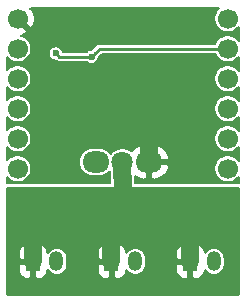
<source format=gbr>
G04 #@! TF.GenerationSoftware,KiCad,Pcbnew,(5.1.5-0)*
G04 #@! TF.CreationDate,2020-04-09T11:26:26+02:00*
G04 #@! TF.ProjectId,dxl-fan-module,64786c2d-6661-46e2-9d6d-6f64756c652e,rev?*
G04 #@! TF.SameCoordinates,Original*
G04 #@! TF.FileFunction,Copper,L2,Bot*
G04 #@! TF.FilePolarity,Positive*
%FSLAX46Y46*%
G04 Gerber Fmt 4.6, Leading zero omitted, Abs format (unit mm)*
G04 Created by KiCad (PCBNEW (5.1.5-0)) date 2020-04-09 11:26:26*
%MOMM*%
%LPD*%
G04 APERTURE LIST*
%ADD10C,1.700000*%
%ADD11O,2.300000X1.800000*%
%ADD12C,1.800000*%
%ADD13O,1.200000X1.700000*%
%ADD14R,1.200000X1.700000*%
%ADD15C,0.600000*%
%ADD16C,1.500000*%
%ADD17C,0.254000*%
%ADD18C,0.200000*%
G04 APERTURE END LIST*
D10*
X83087500Y-57590000D03*
X83087500Y-55050000D03*
X83087500Y-65210000D03*
X83087500Y-60130000D03*
X83087500Y-67750000D03*
X65312500Y-55050000D03*
X65312500Y-65210000D03*
X65312500Y-60130000D03*
X83087500Y-62670000D03*
X65312500Y-62670000D03*
X65312500Y-67750000D03*
X65312500Y-57590000D03*
D11*
X71937500Y-67200000D03*
X76437500Y-67200000D03*
D12*
X74187500Y-67200000D03*
D13*
X81900000Y-75575000D03*
D14*
X79900000Y-75575000D03*
D13*
X75250000Y-75575000D03*
D14*
X73250000Y-75575000D03*
X66600000Y-75575000D03*
D13*
X68600000Y-75575000D03*
D15*
X72137500Y-55325000D03*
X69862500Y-64950000D03*
X68462500Y-61825000D03*
X73262500Y-62525000D03*
X79700000Y-62575000D03*
X68537500Y-58000000D03*
X71564510Y-58273694D03*
D16*
X76437500Y-64800000D02*
X76462500Y-64775000D01*
X76437500Y-67200000D02*
X76437500Y-64800000D01*
D17*
X71864509Y-57973695D02*
X71564510Y-58273694D01*
X72248204Y-57590000D02*
X71864509Y-57973695D01*
X68811194Y-58273694D02*
X68537500Y-58000000D01*
X71564510Y-58273694D02*
X68811194Y-58273694D01*
X83087500Y-57590000D02*
X72248204Y-57590000D01*
D16*
X66600000Y-75575000D02*
X66600000Y-72975000D01*
X73250000Y-73225000D02*
X73400000Y-73075000D01*
X73250000Y-75575000D02*
X73250000Y-73225000D01*
X79900000Y-75575000D02*
X79900000Y-72925000D01*
X74187500Y-68472792D02*
X74200000Y-68485292D01*
X74187500Y-67200000D02*
X74187500Y-68472792D01*
X74200000Y-68485292D02*
X74200000Y-69725000D01*
D18*
G36*
X82354418Y-54156737D02*
G01*
X82194237Y-54316918D01*
X82068384Y-54505271D01*
X81981694Y-54714557D01*
X81937500Y-54936735D01*
X81937500Y-55163265D01*
X81981694Y-55385443D01*
X82068384Y-55594729D01*
X82194237Y-55783082D01*
X82354418Y-55943263D01*
X82542771Y-56069116D01*
X82752057Y-56155806D01*
X82974235Y-56200000D01*
X83200765Y-56200000D01*
X83422943Y-56155806D01*
X83632229Y-56069116D01*
X83820582Y-55943263D01*
X83980763Y-55783082D01*
X84012501Y-55735583D01*
X84012501Y-56904417D01*
X83980763Y-56856918D01*
X83820582Y-56696737D01*
X83632229Y-56570884D01*
X83422943Y-56484194D01*
X83200765Y-56440000D01*
X82974235Y-56440000D01*
X82752057Y-56484194D01*
X82542771Y-56570884D01*
X82354418Y-56696737D01*
X82194237Y-56856918D01*
X82068384Y-57045271D01*
X82019619Y-57163000D01*
X72269171Y-57163000D01*
X72248204Y-57160935D01*
X72227237Y-57163000D01*
X72227226Y-57163000D01*
X72164497Y-57169178D01*
X72084008Y-57193595D01*
X72066742Y-57202824D01*
X72009827Y-57233244D01*
X71961103Y-57273232D01*
X71961099Y-57273236D01*
X71944809Y-57286605D01*
X71931440Y-57302895D01*
X71577413Y-57656923D01*
X71577408Y-57656927D01*
X71560641Y-57673694D01*
X71505415Y-57673694D01*
X71389496Y-57696752D01*
X71280303Y-57741981D01*
X71182032Y-57807644D01*
X71142982Y-57846694D01*
X69118760Y-57846694D01*
X69114442Y-57824986D01*
X69069213Y-57715793D01*
X69003550Y-57617522D01*
X68919978Y-57533950D01*
X68821707Y-57468287D01*
X68712514Y-57423058D01*
X68596595Y-57400000D01*
X68478405Y-57400000D01*
X68362486Y-57423058D01*
X68253293Y-57468287D01*
X68155022Y-57533950D01*
X68071450Y-57617522D01*
X68005787Y-57715793D01*
X67960558Y-57824986D01*
X67937500Y-57940905D01*
X67937500Y-58059095D01*
X67960558Y-58175014D01*
X68005787Y-58284207D01*
X68071450Y-58382478D01*
X68155022Y-58466050D01*
X68253293Y-58531713D01*
X68362486Y-58576942D01*
X68478405Y-58600000D01*
X68535715Y-58600000D01*
X68572817Y-58630450D01*
X68620942Y-58656172D01*
X68646998Y-58670099D01*
X68727487Y-58694516D01*
X68790216Y-58700694D01*
X68790227Y-58700694D01*
X68811194Y-58702759D01*
X68832161Y-58700694D01*
X71142982Y-58700694D01*
X71182032Y-58739744D01*
X71280303Y-58805407D01*
X71389496Y-58850636D01*
X71505415Y-58873694D01*
X71623605Y-58873694D01*
X71739524Y-58850636D01*
X71848717Y-58805407D01*
X71946988Y-58739744D01*
X72030560Y-58656172D01*
X72096223Y-58557901D01*
X72141452Y-58448708D01*
X72164510Y-58332789D01*
X72164510Y-58277563D01*
X72181277Y-58260796D01*
X72181281Y-58260791D01*
X72425073Y-58017000D01*
X82019619Y-58017000D01*
X82068384Y-58134729D01*
X82194237Y-58323082D01*
X82354418Y-58483263D01*
X82542771Y-58609116D01*
X82752057Y-58695806D01*
X82974235Y-58740000D01*
X83200765Y-58740000D01*
X83422943Y-58695806D01*
X83632229Y-58609116D01*
X83820582Y-58483263D01*
X83980763Y-58323082D01*
X84012501Y-58275583D01*
X84012501Y-59444417D01*
X83980763Y-59396918D01*
X83820582Y-59236737D01*
X83632229Y-59110884D01*
X83422943Y-59024194D01*
X83200765Y-58980000D01*
X82974235Y-58980000D01*
X82752057Y-59024194D01*
X82542771Y-59110884D01*
X82354418Y-59236737D01*
X82194237Y-59396918D01*
X82068384Y-59585271D01*
X81981694Y-59794557D01*
X81937500Y-60016735D01*
X81937500Y-60243265D01*
X81981694Y-60465443D01*
X82068384Y-60674729D01*
X82194237Y-60863082D01*
X82354418Y-61023263D01*
X82542771Y-61149116D01*
X82752057Y-61235806D01*
X82974235Y-61280000D01*
X83200765Y-61280000D01*
X83422943Y-61235806D01*
X83632229Y-61149116D01*
X83820582Y-61023263D01*
X83980763Y-60863082D01*
X84012501Y-60815583D01*
X84012501Y-61984417D01*
X83980763Y-61936918D01*
X83820582Y-61776737D01*
X83632229Y-61650884D01*
X83422943Y-61564194D01*
X83200765Y-61520000D01*
X82974235Y-61520000D01*
X82752057Y-61564194D01*
X82542771Y-61650884D01*
X82354418Y-61776737D01*
X82194237Y-61936918D01*
X82068384Y-62125271D01*
X81981694Y-62334557D01*
X81937500Y-62556735D01*
X81937500Y-62783265D01*
X81981694Y-63005443D01*
X82068384Y-63214729D01*
X82194237Y-63403082D01*
X82354418Y-63563263D01*
X82542771Y-63689116D01*
X82752057Y-63775806D01*
X82974235Y-63820000D01*
X83200765Y-63820000D01*
X83422943Y-63775806D01*
X83632229Y-63689116D01*
X83820582Y-63563263D01*
X83980763Y-63403082D01*
X84012501Y-63355583D01*
X84012501Y-64524417D01*
X83980763Y-64476918D01*
X83820582Y-64316737D01*
X83632229Y-64190884D01*
X83422943Y-64104194D01*
X83200765Y-64060000D01*
X82974235Y-64060000D01*
X82752057Y-64104194D01*
X82542771Y-64190884D01*
X82354418Y-64316737D01*
X82194237Y-64476918D01*
X82068384Y-64665271D01*
X81981694Y-64874557D01*
X81937500Y-65096735D01*
X81937500Y-65323265D01*
X81981694Y-65545443D01*
X82068384Y-65754729D01*
X82194237Y-65943082D01*
X82354418Y-66103263D01*
X82542771Y-66229116D01*
X82752057Y-66315806D01*
X82974235Y-66360000D01*
X83200765Y-66360000D01*
X83422943Y-66315806D01*
X83632229Y-66229116D01*
X83820582Y-66103263D01*
X83980763Y-65943082D01*
X84012501Y-65895583D01*
X84012500Y-67064417D01*
X83980763Y-67016918D01*
X83820582Y-66856737D01*
X83632229Y-66730884D01*
X83422943Y-66644194D01*
X83200765Y-66600000D01*
X82974235Y-66600000D01*
X82752057Y-66644194D01*
X82542771Y-66730884D01*
X82354418Y-66856737D01*
X82194237Y-67016918D01*
X82068384Y-67205271D01*
X81981694Y-67414557D01*
X81937500Y-67636735D01*
X81937500Y-67863265D01*
X81981694Y-68085443D01*
X82068384Y-68294729D01*
X82194237Y-68483082D01*
X82354418Y-68643263D01*
X82542771Y-68769116D01*
X82752057Y-68855806D01*
X82974235Y-68900000D01*
X83200765Y-68900000D01*
X83422943Y-68855806D01*
X83632229Y-68769116D01*
X83820582Y-68643263D01*
X83980763Y-68483082D01*
X84012500Y-68435583D01*
X84012500Y-68925000D01*
X75250000Y-68925000D01*
X75250000Y-68536863D01*
X75255079Y-68485292D01*
X75250000Y-68433722D01*
X75250000Y-68433714D01*
X75245253Y-68385517D01*
X75478870Y-68540111D01*
X75753929Y-68652608D01*
X76045650Y-68709282D01*
X76283500Y-68560890D01*
X76283500Y-67354000D01*
X76591500Y-67354000D01*
X76591500Y-68560890D01*
X76829350Y-68709282D01*
X77121071Y-68652608D01*
X77396130Y-68540111D01*
X77643957Y-68376114D01*
X77855027Y-68166920D01*
X78021230Y-67920568D01*
X78136179Y-67646525D01*
X78145056Y-67586774D01*
X78034727Y-67354000D01*
X76591500Y-67354000D01*
X76283500Y-67354000D01*
X76263500Y-67354000D01*
X76263500Y-67046000D01*
X76283500Y-67046000D01*
X76283500Y-65839110D01*
X76591500Y-65839110D01*
X76591500Y-67046000D01*
X78034727Y-67046000D01*
X78145056Y-66813226D01*
X78136179Y-66753475D01*
X78021230Y-66479432D01*
X77855027Y-66233080D01*
X77643957Y-66023886D01*
X77396130Y-65859889D01*
X77121071Y-65747392D01*
X76829350Y-65690718D01*
X76591500Y-65839110D01*
X76283500Y-65839110D01*
X76045650Y-65690718D01*
X75753929Y-65747392D01*
X75478870Y-65859889D01*
X75231043Y-66023886D01*
X75019973Y-66233080D01*
X74978745Y-66294189D01*
X74952455Y-66267899D01*
X74755913Y-66136574D01*
X74537527Y-66046116D01*
X74305690Y-66000000D01*
X74069310Y-66000000D01*
X73837473Y-66046116D01*
X73619087Y-66136574D01*
X73422545Y-66267899D01*
X73255399Y-66435045D01*
X73190891Y-66531588D01*
X73190091Y-66530090D01*
X73040134Y-66347366D01*
X72857410Y-66197409D01*
X72648942Y-66085981D01*
X72422741Y-66017363D01*
X72246450Y-66000000D01*
X71628550Y-66000000D01*
X71452259Y-66017363D01*
X71226058Y-66085981D01*
X71017590Y-66197409D01*
X70834866Y-66347366D01*
X70684909Y-66530090D01*
X70573481Y-66738558D01*
X70504863Y-66964759D01*
X70481694Y-67200000D01*
X70504863Y-67435241D01*
X70573481Y-67661442D01*
X70684909Y-67869910D01*
X70834866Y-68052634D01*
X71017590Y-68202591D01*
X71226058Y-68314019D01*
X71452259Y-68382637D01*
X71628550Y-68400000D01*
X72246450Y-68400000D01*
X72422741Y-68382637D01*
X72648942Y-68314019D01*
X72857410Y-68202591D01*
X73040134Y-68052634D01*
X73137500Y-67933993D01*
X73137500Y-68421224D01*
X73132421Y-68472792D01*
X73137500Y-68524360D01*
X73137500Y-68524370D01*
X73149211Y-68643263D01*
X73150000Y-68651274D01*
X73150000Y-68925000D01*
X64412500Y-68925000D01*
X64412500Y-68472999D01*
X64419237Y-68483082D01*
X64579418Y-68643263D01*
X64767771Y-68769116D01*
X64977057Y-68855806D01*
X65199235Y-68900000D01*
X65425765Y-68900000D01*
X65647943Y-68855806D01*
X65857229Y-68769116D01*
X66045582Y-68643263D01*
X66205763Y-68483082D01*
X66331616Y-68294729D01*
X66418306Y-68085443D01*
X66462500Y-67863265D01*
X66462500Y-67636735D01*
X66418306Y-67414557D01*
X66331616Y-67205271D01*
X66205763Y-67016918D01*
X66045582Y-66856737D01*
X65857229Y-66730884D01*
X65647943Y-66644194D01*
X65425765Y-66600000D01*
X65199235Y-66600000D01*
X64977057Y-66644194D01*
X64767771Y-66730884D01*
X64579418Y-66856737D01*
X64419237Y-67016918D01*
X64412500Y-67027001D01*
X64412500Y-65932999D01*
X64419237Y-65943082D01*
X64579418Y-66103263D01*
X64767771Y-66229116D01*
X64977057Y-66315806D01*
X65199235Y-66360000D01*
X65425765Y-66360000D01*
X65647943Y-66315806D01*
X65857229Y-66229116D01*
X66045582Y-66103263D01*
X66205763Y-65943082D01*
X66331616Y-65754729D01*
X66418306Y-65545443D01*
X66462500Y-65323265D01*
X66462500Y-65096735D01*
X66418306Y-64874557D01*
X66331616Y-64665271D01*
X66205763Y-64476918D01*
X66045582Y-64316737D01*
X65857229Y-64190884D01*
X65647943Y-64104194D01*
X65425765Y-64060000D01*
X65199235Y-64060000D01*
X64977057Y-64104194D01*
X64767771Y-64190884D01*
X64579418Y-64316737D01*
X64419237Y-64476918D01*
X64412500Y-64487001D01*
X64412500Y-63392999D01*
X64419237Y-63403082D01*
X64579418Y-63563263D01*
X64767771Y-63689116D01*
X64977057Y-63775806D01*
X65199235Y-63820000D01*
X65425765Y-63820000D01*
X65647943Y-63775806D01*
X65857229Y-63689116D01*
X66045582Y-63563263D01*
X66205763Y-63403082D01*
X66331616Y-63214729D01*
X66418306Y-63005443D01*
X66462500Y-62783265D01*
X66462500Y-62556735D01*
X66418306Y-62334557D01*
X66331616Y-62125271D01*
X66205763Y-61936918D01*
X66045582Y-61776737D01*
X65857229Y-61650884D01*
X65647943Y-61564194D01*
X65425765Y-61520000D01*
X65199235Y-61520000D01*
X64977057Y-61564194D01*
X64767771Y-61650884D01*
X64579418Y-61776737D01*
X64419237Y-61936918D01*
X64412500Y-61947001D01*
X64412500Y-60852999D01*
X64419237Y-60863082D01*
X64579418Y-61023263D01*
X64767771Y-61149116D01*
X64977057Y-61235806D01*
X65199235Y-61280000D01*
X65425765Y-61280000D01*
X65647943Y-61235806D01*
X65857229Y-61149116D01*
X66045582Y-61023263D01*
X66205763Y-60863082D01*
X66331616Y-60674729D01*
X66418306Y-60465443D01*
X66462500Y-60243265D01*
X66462500Y-60016735D01*
X66418306Y-59794557D01*
X66331616Y-59585271D01*
X66205763Y-59396918D01*
X66045582Y-59236737D01*
X65857229Y-59110884D01*
X65647943Y-59024194D01*
X65425765Y-58980000D01*
X65199235Y-58980000D01*
X64977057Y-59024194D01*
X64767771Y-59110884D01*
X64579418Y-59236737D01*
X64419237Y-59396918D01*
X64412500Y-59407001D01*
X64412500Y-58312999D01*
X64419237Y-58323082D01*
X64579418Y-58483263D01*
X64767771Y-58609116D01*
X64977057Y-58695806D01*
X65199235Y-58740000D01*
X65425765Y-58740000D01*
X65647943Y-58695806D01*
X65857229Y-58609116D01*
X66045582Y-58483263D01*
X66205763Y-58323082D01*
X66331616Y-58134729D01*
X66418306Y-57925443D01*
X66462500Y-57703265D01*
X66462500Y-57476735D01*
X66418306Y-57254557D01*
X66331616Y-57045271D01*
X66205763Y-56856918D01*
X66045582Y-56696737D01*
X65857229Y-56570884D01*
X65647943Y-56484194D01*
X65615316Y-56477704D01*
X65692518Y-56464911D01*
X65961252Y-56363587D01*
X66044279Y-56319207D01*
X66125668Y-56080957D01*
X65312500Y-55267789D01*
X65298358Y-55281931D01*
X65080569Y-55064142D01*
X65094711Y-55050000D01*
X65080569Y-55035858D01*
X65298358Y-54818069D01*
X65312500Y-54832211D01*
X65326642Y-54818069D01*
X65544431Y-55035858D01*
X65530289Y-55050000D01*
X66343457Y-55863168D01*
X66581707Y-55781779D01*
X66700083Y-55520109D01*
X66765134Y-55240372D01*
X66774362Y-54953319D01*
X66727411Y-54669982D01*
X66626087Y-54401248D01*
X66581707Y-54318221D01*
X66343459Y-54236833D01*
X66442792Y-54137500D01*
X82383208Y-54137500D01*
X82354418Y-54156737D01*
G37*
X82354418Y-54156737D02*
X82194237Y-54316918D01*
X82068384Y-54505271D01*
X81981694Y-54714557D01*
X81937500Y-54936735D01*
X81937500Y-55163265D01*
X81981694Y-55385443D01*
X82068384Y-55594729D01*
X82194237Y-55783082D01*
X82354418Y-55943263D01*
X82542771Y-56069116D01*
X82752057Y-56155806D01*
X82974235Y-56200000D01*
X83200765Y-56200000D01*
X83422943Y-56155806D01*
X83632229Y-56069116D01*
X83820582Y-55943263D01*
X83980763Y-55783082D01*
X84012501Y-55735583D01*
X84012501Y-56904417D01*
X83980763Y-56856918D01*
X83820582Y-56696737D01*
X83632229Y-56570884D01*
X83422943Y-56484194D01*
X83200765Y-56440000D01*
X82974235Y-56440000D01*
X82752057Y-56484194D01*
X82542771Y-56570884D01*
X82354418Y-56696737D01*
X82194237Y-56856918D01*
X82068384Y-57045271D01*
X82019619Y-57163000D01*
X72269171Y-57163000D01*
X72248204Y-57160935D01*
X72227237Y-57163000D01*
X72227226Y-57163000D01*
X72164497Y-57169178D01*
X72084008Y-57193595D01*
X72066742Y-57202824D01*
X72009827Y-57233244D01*
X71961103Y-57273232D01*
X71961099Y-57273236D01*
X71944809Y-57286605D01*
X71931440Y-57302895D01*
X71577413Y-57656923D01*
X71577408Y-57656927D01*
X71560641Y-57673694D01*
X71505415Y-57673694D01*
X71389496Y-57696752D01*
X71280303Y-57741981D01*
X71182032Y-57807644D01*
X71142982Y-57846694D01*
X69118760Y-57846694D01*
X69114442Y-57824986D01*
X69069213Y-57715793D01*
X69003550Y-57617522D01*
X68919978Y-57533950D01*
X68821707Y-57468287D01*
X68712514Y-57423058D01*
X68596595Y-57400000D01*
X68478405Y-57400000D01*
X68362486Y-57423058D01*
X68253293Y-57468287D01*
X68155022Y-57533950D01*
X68071450Y-57617522D01*
X68005787Y-57715793D01*
X67960558Y-57824986D01*
X67937500Y-57940905D01*
X67937500Y-58059095D01*
X67960558Y-58175014D01*
X68005787Y-58284207D01*
X68071450Y-58382478D01*
X68155022Y-58466050D01*
X68253293Y-58531713D01*
X68362486Y-58576942D01*
X68478405Y-58600000D01*
X68535715Y-58600000D01*
X68572817Y-58630450D01*
X68620942Y-58656172D01*
X68646998Y-58670099D01*
X68727487Y-58694516D01*
X68790216Y-58700694D01*
X68790227Y-58700694D01*
X68811194Y-58702759D01*
X68832161Y-58700694D01*
X71142982Y-58700694D01*
X71182032Y-58739744D01*
X71280303Y-58805407D01*
X71389496Y-58850636D01*
X71505415Y-58873694D01*
X71623605Y-58873694D01*
X71739524Y-58850636D01*
X71848717Y-58805407D01*
X71946988Y-58739744D01*
X72030560Y-58656172D01*
X72096223Y-58557901D01*
X72141452Y-58448708D01*
X72164510Y-58332789D01*
X72164510Y-58277563D01*
X72181277Y-58260796D01*
X72181281Y-58260791D01*
X72425073Y-58017000D01*
X82019619Y-58017000D01*
X82068384Y-58134729D01*
X82194237Y-58323082D01*
X82354418Y-58483263D01*
X82542771Y-58609116D01*
X82752057Y-58695806D01*
X82974235Y-58740000D01*
X83200765Y-58740000D01*
X83422943Y-58695806D01*
X83632229Y-58609116D01*
X83820582Y-58483263D01*
X83980763Y-58323082D01*
X84012501Y-58275583D01*
X84012501Y-59444417D01*
X83980763Y-59396918D01*
X83820582Y-59236737D01*
X83632229Y-59110884D01*
X83422943Y-59024194D01*
X83200765Y-58980000D01*
X82974235Y-58980000D01*
X82752057Y-59024194D01*
X82542771Y-59110884D01*
X82354418Y-59236737D01*
X82194237Y-59396918D01*
X82068384Y-59585271D01*
X81981694Y-59794557D01*
X81937500Y-60016735D01*
X81937500Y-60243265D01*
X81981694Y-60465443D01*
X82068384Y-60674729D01*
X82194237Y-60863082D01*
X82354418Y-61023263D01*
X82542771Y-61149116D01*
X82752057Y-61235806D01*
X82974235Y-61280000D01*
X83200765Y-61280000D01*
X83422943Y-61235806D01*
X83632229Y-61149116D01*
X83820582Y-61023263D01*
X83980763Y-60863082D01*
X84012501Y-60815583D01*
X84012501Y-61984417D01*
X83980763Y-61936918D01*
X83820582Y-61776737D01*
X83632229Y-61650884D01*
X83422943Y-61564194D01*
X83200765Y-61520000D01*
X82974235Y-61520000D01*
X82752057Y-61564194D01*
X82542771Y-61650884D01*
X82354418Y-61776737D01*
X82194237Y-61936918D01*
X82068384Y-62125271D01*
X81981694Y-62334557D01*
X81937500Y-62556735D01*
X81937500Y-62783265D01*
X81981694Y-63005443D01*
X82068384Y-63214729D01*
X82194237Y-63403082D01*
X82354418Y-63563263D01*
X82542771Y-63689116D01*
X82752057Y-63775806D01*
X82974235Y-63820000D01*
X83200765Y-63820000D01*
X83422943Y-63775806D01*
X83632229Y-63689116D01*
X83820582Y-63563263D01*
X83980763Y-63403082D01*
X84012501Y-63355583D01*
X84012501Y-64524417D01*
X83980763Y-64476918D01*
X83820582Y-64316737D01*
X83632229Y-64190884D01*
X83422943Y-64104194D01*
X83200765Y-64060000D01*
X82974235Y-64060000D01*
X82752057Y-64104194D01*
X82542771Y-64190884D01*
X82354418Y-64316737D01*
X82194237Y-64476918D01*
X82068384Y-64665271D01*
X81981694Y-64874557D01*
X81937500Y-65096735D01*
X81937500Y-65323265D01*
X81981694Y-65545443D01*
X82068384Y-65754729D01*
X82194237Y-65943082D01*
X82354418Y-66103263D01*
X82542771Y-66229116D01*
X82752057Y-66315806D01*
X82974235Y-66360000D01*
X83200765Y-66360000D01*
X83422943Y-66315806D01*
X83632229Y-66229116D01*
X83820582Y-66103263D01*
X83980763Y-65943082D01*
X84012501Y-65895583D01*
X84012500Y-67064417D01*
X83980763Y-67016918D01*
X83820582Y-66856737D01*
X83632229Y-66730884D01*
X83422943Y-66644194D01*
X83200765Y-66600000D01*
X82974235Y-66600000D01*
X82752057Y-66644194D01*
X82542771Y-66730884D01*
X82354418Y-66856737D01*
X82194237Y-67016918D01*
X82068384Y-67205271D01*
X81981694Y-67414557D01*
X81937500Y-67636735D01*
X81937500Y-67863265D01*
X81981694Y-68085443D01*
X82068384Y-68294729D01*
X82194237Y-68483082D01*
X82354418Y-68643263D01*
X82542771Y-68769116D01*
X82752057Y-68855806D01*
X82974235Y-68900000D01*
X83200765Y-68900000D01*
X83422943Y-68855806D01*
X83632229Y-68769116D01*
X83820582Y-68643263D01*
X83980763Y-68483082D01*
X84012500Y-68435583D01*
X84012500Y-68925000D01*
X75250000Y-68925000D01*
X75250000Y-68536863D01*
X75255079Y-68485292D01*
X75250000Y-68433722D01*
X75250000Y-68433714D01*
X75245253Y-68385517D01*
X75478870Y-68540111D01*
X75753929Y-68652608D01*
X76045650Y-68709282D01*
X76283500Y-68560890D01*
X76283500Y-67354000D01*
X76591500Y-67354000D01*
X76591500Y-68560890D01*
X76829350Y-68709282D01*
X77121071Y-68652608D01*
X77396130Y-68540111D01*
X77643957Y-68376114D01*
X77855027Y-68166920D01*
X78021230Y-67920568D01*
X78136179Y-67646525D01*
X78145056Y-67586774D01*
X78034727Y-67354000D01*
X76591500Y-67354000D01*
X76283500Y-67354000D01*
X76263500Y-67354000D01*
X76263500Y-67046000D01*
X76283500Y-67046000D01*
X76283500Y-65839110D01*
X76591500Y-65839110D01*
X76591500Y-67046000D01*
X78034727Y-67046000D01*
X78145056Y-66813226D01*
X78136179Y-66753475D01*
X78021230Y-66479432D01*
X77855027Y-66233080D01*
X77643957Y-66023886D01*
X77396130Y-65859889D01*
X77121071Y-65747392D01*
X76829350Y-65690718D01*
X76591500Y-65839110D01*
X76283500Y-65839110D01*
X76045650Y-65690718D01*
X75753929Y-65747392D01*
X75478870Y-65859889D01*
X75231043Y-66023886D01*
X75019973Y-66233080D01*
X74978745Y-66294189D01*
X74952455Y-66267899D01*
X74755913Y-66136574D01*
X74537527Y-66046116D01*
X74305690Y-66000000D01*
X74069310Y-66000000D01*
X73837473Y-66046116D01*
X73619087Y-66136574D01*
X73422545Y-66267899D01*
X73255399Y-66435045D01*
X73190891Y-66531588D01*
X73190091Y-66530090D01*
X73040134Y-66347366D01*
X72857410Y-66197409D01*
X72648942Y-66085981D01*
X72422741Y-66017363D01*
X72246450Y-66000000D01*
X71628550Y-66000000D01*
X71452259Y-66017363D01*
X71226058Y-66085981D01*
X71017590Y-66197409D01*
X70834866Y-66347366D01*
X70684909Y-66530090D01*
X70573481Y-66738558D01*
X70504863Y-66964759D01*
X70481694Y-67200000D01*
X70504863Y-67435241D01*
X70573481Y-67661442D01*
X70684909Y-67869910D01*
X70834866Y-68052634D01*
X71017590Y-68202591D01*
X71226058Y-68314019D01*
X71452259Y-68382637D01*
X71628550Y-68400000D01*
X72246450Y-68400000D01*
X72422741Y-68382637D01*
X72648942Y-68314019D01*
X72857410Y-68202591D01*
X73040134Y-68052634D01*
X73137500Y-67933993D01*
X73137500Y-68421224D01*
X73132421Y-68472792D01*
X73137500Y-68524360D01*
X73137500Y-68524370D01*
X73149211Y-68643263D01*
X73150000Y-68651274D01*
X73150000Y-68925000D01*
X64412500Y-68925000D01*
X64412500Y-68472999D01*
X64419237Y-68483082D01*
X64579418Y-68643263D01*
X64767771Y-68769116D01*
X64977057Y-68855806D01*
X65199235Y-68900000D01*
X65425765Y-68900000D01*
X65647943Y-68855806D01*
X65857229Y-68769116D01*
X66045582Y-68643263D01*
X66205763Y-68483082D01*
X66331616Y-68294729D01*
X66418306Y-68085443D01*
X66462500Y-67863265D01*
X66462500Y-67636735D01*
X66418306Y-67414557D01*
X66331616Y-67205271D01*
X66205763Y-67016918D01*
X66045582Y-66856737D01*
X65857229Y-66730884D01*
X65647943Y-66644194D01*
X65425765Y-66600000D01*
X65199235Y-66600000D01*
X64977057Y-66644194D01*
X64767771Y-66730884D01*
X64579418Y-66856737D01*
X64419237Y-67016918D01*
X64412500Y-67027001D01*
X64412500Y-65932999D01*
X64419237Y-65943082D01*
X64579418Y-66103263D01*
X64767771Y-66229116D01*
X64977057Y-66315806D01*
X65199235Y-66360000D01*
X65425765Y-66360000D01*
X65647943Y-66315806D01*
X65857229Y-66229116D01*
X66045582Y-66103263D01*
X66205763Y-65943082D01*
X66331616Y-65754729D01*
X66418306Y-65545443D01*
X66462500Y-65323265D01*
X66462500Y-65096735D01*
X66418306Y-64874557D01*
X66331616Y-64665271D01*
X66205763Y-64476918D01*
X66045582Y-64316737D01*
X65857229Y-64190884D01*
X65647943Y-64104194D01*
X65425765Y-64060000D01*
X65199235Y-64060000D01*
X64977057Y-64104194D01*
X64767771Y-64190884D01*
X64579418Y-64316737D01*
X64419237Y-64476918D01*
X64412500Y-64487001D01*
X64412500Y-63392999D01*
X64419237Y-63403082D01*
X64579418Y-63563263D01*
X64767771Y-63689116D01*
X64977057Y-63775806D01*
X65199235Y-63820000D01*
X65425765Y-63820000D01*
X65647943Y-63775806D01*
X65857229Y-63689116D01*
X66045582Y-63563263D01*
X66205763Y-63403082D01*
X66331616Y-63214729D01*
X66418306Y-63005443D01*
X66462500Y-62783265D01*
X66462500Y-62556735D01*
X66418306Y-62334557D01*
X66331616Y-62125271D01*
X66205763Y-61936918D01*
X66045582Y-61776737D01*
X65857229Y-61650884D01*
X65647943Y-61564194D01*
X65425765Y-61520000D01*
X65199235Y-61520000D01*
X64977057Y-61564194D01*
X64767771Y-61650884D01*
X64579418Y-61776737D01*
X64419237Y-61936918D01*
X64412500Y-61947001D01*
X64412500Y-60852999D01*
X64419237Y-60863082D01*
X64579418Y-61023263D01*
X64767771Y-61149116D01*
X64977057Y-61235806D01*
X65199235Y-61280000D01*
X65425765Y-61280000D01*
X65647943Y-61235806D01*
X65857229Y-61149116D01*
X66045582Y-61023263D01*
X66205763Y-60863082D01*
X66331616Y-60674729D01*
X66418306Y-60465443D01*
X66462500Y-60243265D01*
X66462500Y-60016735D01*
X66418306Y-59794557D01*
X66331616Y-59585271D01*
X66205763Y-59396918D01*
X66045582Y-59236737D01*
X65857229Y-59110884D01*
X65647943Y-59024194D01*
X65425765Y-58980000D01*
X65199235Y-58980000D01*
X64977057Y-59024194D01*
X64767771Y-59110884D01*
X64579418Y-59236737D01*
X64419237Y-59396918D01*
X64412500Y-59407001D01*
X64412500Y-58312999D01*
X64419237Y-58323082D01*
X64579418Y-58483263D01*
X64767771Y-58609116D01*
X64977057Y-58695806D01*
X65199235Y-58740000D01*
X65425765Y-58740000D01*
X65647943Y-58695806D01*
X65857229Y-58609116D01*
X66045582Y-58483263D01*
X66205763Y-58323082D01*
X66331616Y-58134729D01*
X66418306Y-57925443D01*
X66462500Y-57703265D01*
X66462500Y-57476735D01*
X66418306Y-57254557D01*
X66331616Y-57045271D01*
X66205763Y-56856918D01*
X66045582Y-56696737D01*
X65857229Y-56570884D01*
X65647943Y-56484194D01*
X65615316Y-56477704D01*
X65692518Y-56464911D01*
X65961252Y-56363587D01*
X66044279Y-56319207D01*
X66125668Y-56080957D01*
X65312500Y-55267789D01*
X65298358Y-55281931D01*
X65080569Y-55064142D01*
X65094711Y-55050000D01*
X65080569Y-55035858D01*
X65298358Y-54818069D01*
X65312500Y-54832211D01*
X65326642Y-54818069D01*
X65544431Y-55035858D01*
X65530289Y-55050000D01*
X66343457Y-55863168D01*
X66581707Y-55781779D01*
X66700083Y-55520109D01*
X66765134Y-55240372D01*
X66774362Y-54953319D01*
X66727411Y-54669982D01*
X66626087Y-54401248D01*
X66581707Y-54318221D01*
X66343459Y-54236833D01*
X66442792Y-54137500D01*
X82383208Y-54137500D01*
X82354418Y-54156737D01*
D17*
G36*
X83985500Y-78385500D02*
G01*
X64439500Y-78385500D01*
X64439500Y-76425000D01*
X65361928Y-76425000D01*
X65374188Y-76549482D01*
X65410498Y-76669180D01*
X65469463Y-76779494D01*
X65548815Y-76876185D01*
X65645506Y-76955537D01*
X65755820Y-77014502D01*
X65875518Y-77050812D01*
X66000000Y-77063072D01*
X66314250Y-77060000D01*
X66473000Y-76901250D01*
X66473000Y-75702000D01*
X65523750Y-75702000D01*
X65365000Y-75860750D01*
X65361928Y-76425000D01*
X64439500Y-76425000D01*
X64439500Y-74725000D01*
X65361928Y-74725000D01*
X65365000Y-75289250D01*
X65523750Y-75448000D01*
X66473000Y-75448000D01*
X66473000Y-74248750D01*
X66727000Y-74248750D01*
X66727000Y-75448000D01*
X66747000Y-75448000D01*
X66747000Y-75702000D01*
X66727000Y-75702000D01*
X66727000Y-76901250D01*
X66885750Y-77060000D01*
X67200000Y-77063072D01*
X67324482Y-77050812D01*
X67444180Y-77014502D01*
X67554494Y-76955537D01*
X67651185Y-76876185D01*
X67730537Y-76779494D01*
X67789502Y-76669180D01*
X67825812Y-76549482D01*
X67838072Y-76425000D01*
X67837704Y-76357375D01*
X67941342Y-76483659D01*
X68082496Y-76599501D01*
X68243537Y-76685580D01*
X68418277Y-76738587D01*
X68600000Y-76756485D01*
X68781724Y-76738587D01*
X68956464Y-76685580D01*
X69117505Y-76599501D01*
X69258659Y-76483659D01*
X69306799Y-76425000D01*
X72011928Y-76425000D01*
X72024188Y-76549482D01*
X72060498Y-76669180D01*
X72119463Y-76779494D01*
X72198815Y-76876185D01*
X72295506Y-76955537D01*
X72405820Y-77014502D01*
X72525518Y-77050812D01*
X72650000Y-77063072D01*
X72964250Y-77060000D01*
X73123000Y-76901250D01*
X73123000Y-75702000D01*
X72173750Y-75702000D01*
X72015000Y-75860750D01*
X72011928Y-76425000D01*
X69306799Y-76425000D01*
X69374501Y-76342505D01*
X69460580Y-76181464D01*
X69513587Y-76006724D01*
X69527000Y-75870538D01*
X69527000Y-75279462D01*
X69513587Y-75143276D01*
X69460580Y-74968536D01*
X69374501Y-74807495D01*
X69306800Y-74725000D01*
X72011928Y-74725000D01*
X72015000Y-75289250D01*
X72173750Y-75448000D01*
X73123000Y-75448000D01*
X73123000Y-74248750D01*
X73377000Y-74248750D01*
X73377000Y-75448000D01*
X73397000Y-75448000D01*
X73397000Y-75702000D01*
X73377000Y-75702000D01*
X73377000Y-76901250D01*
X73535750Y-77060000D01*
X73850000Y-77063072D01*
X73974482Y-77050812D01*
X74094180Y-77014502D01*
X74204494Y-76955537D01*
X74301185Y-76876185D01*
X74380537Y-76779494D01*
X74439502Y-76669180D01*
X74475812Y-76549482D01*
X74488072Y-76425000D01*
X74487704Y-76357375D01*
X74591342Y-76483659D01*
X74732496Y-76599501D01*
X74893537Y-76685580D01*
X75068277Y-76738587D01*
X75250000Y-76756485D01*
X75431724Y-76738587D01*
X75606464Y-76685580D01*
X75767505Y-76599501D01*
X75908659Y-76483659D01*
X75956799Y-76425000D01*
X78661928Y-76425000D01*
X78674188Y-76549482D01*
X78710498Y-76669180D01*
X78769463Y-76779494D01*
X78848815Y-76876185D01*
X78945506Y-76955537D01*
X79055820Y-77014502D01*
X79175518Y-77050812D01*
X79300000Y-77063072D01*
X79614250Y-77060000D01*
X79773000Y-76901250D01*
X79773000Y-75702000D01*
X78823750Y-75702000D01*
X78665000Y-75860750D01*
X78661928Y-76425000D01*
X75956799Y-76425000D01*
X76024501Y-76342505D01*
X76110580Y-76181464D01*
X76163587Y-76006724D01*
X76177000Y-75870538D01*
X76177000Y-75279462D01*
X76163587Y-75143276D01*
X76110580Y-74968536D01*
X76024501Y-74807495D01*
X75956800Y-74725000D01*
X78661928Y-74725000D01*
X78665000Y-75289250D01*
X78823750Y-75448000D01*
X79773000Y-75448000D01*
X79773000Y-74248750D01*
X80027000Y-74248750D01*
X80027000Y-75448000D01*
X80047000Y-75448000D01*
X80047000Y-75702000D01*
X80027000Y-75702000D01*
X80027000Y-76901250D01*
X80185750Y-77060000D01*
X80500000Y-77063072D01*
X80624482Y-77050812D01*
X80744180Y-77014502D01*
X80854494Y-76955537D01*
X80951185Y-76876185D01*
X81030537Y-76779494D01*
X81089502Y-76669180D01*
X81125812Y-76549482D01*
X81138072Y-76425000D01*
X81137704Y-76357375D01*
X81241342Y-76483659D01*
X81382496Y-76599501D01*
X81543537Y-76685580D01*
X81718277Y-76738587D01*
X81900000Y-76756485D01*
X82081724Y-76738587D01*
X82256464Y-76685580D01*
X82417505Y-76599501D01*
X82558659Y-76483659D01*
X82674501Y-76342505D01*
X82760580Y-76181464D01*
X82813587Y-76006724D01*
X82827000Y-75870538D01*
X82827000Y-75279462D01*
X82813587Y-75143276D01*
X82760580Y-74968536D01*
X82674501Y-74807495D01*
X82558659Y-74666341D01*
X82417504Y-74550499D01*
X82256463Y-74464420D01*
X82081723Y-74411413D01*
X81900000Y-74393515D01*
X81718276Y-74411413D01*
X81543536Y-74464420D01*
X81382495Y-74550499D01*
X81241341Y-74666341D01*
X81137704Y-74792624D01*
X81138072Y-74725000D01*
X81125812Y-74600518D01*
X81089502Y-74480820D01*
X81030537Y-74370506D01*
X80951185Y-74273815D01*
X80854494Y-74194463D01*
X80744180Y-74135498D01*
X80624482Y-74099188D01*
X80500000Y-74086928D01*
X80185750Y-74090000D01*
X80027000Y-74248750D01*
X79773000Y-74248750D01*
X79614250Y-74090000D01*
X79300000Y-74086928D01*
X79175518Y-74099188D01*
X79055820Y-74135498D01*
X78945506Y-74194463D01*
X78848815Y-74273815D01*
X78769463Y-74370506D01*
X78710498Y-74480820D01*
X78674188Y-74600518D01*
X78661928Y-74725000D01*
X75956800Y-74725000D01*
X75908659Y-74666341D01*
X75767504Y-74550499D01*
X75606463Y-74464420D01*
X75431723Y-74411413D01*
X75250000Y-74393515D01*
X75068276Y-74411413D01*
X74893536Y-74464420D01*
X74732495Y-74550499D01*
X74591341Y-74666341D01*
X74487704Y-74792624D01*
X74488072Y-74725000D01*
X74475812Y-74600518D01*
X74439502Y-74480820D01*
X74380537Y-74370506D01*
X74301185Y-74273815D01*
X74204494Y-74194463D01*
X74094180Y-74135498D01*
X73974482Y-74099188D01*
X73850000Y-74086928D01*
X73535750Y-74090000D01*
X73377000Y-74248750D01*
X73123000Y-74248750D01*
X72964250Y-74090000D01*
X72650000Y-74086928D01*
X72525518Y-74099188D01*
X72405820Y-74135498D01*
X72295506Y-74194463D01*
X72198815Y-74273815D01*
X72119463Y-74370506D01*
X72060498Y-74480820D01*
X72024188Y-74600518D01*
X72011928Y-74725000D01*
X69306800Y-74725000D01*
X69258659Y-74666341D01*
X69117504Y-74550499D01*
X68956463Y-74464420D01*
X68781723Y-74411413D01*
X68600000Y-74393515D01*
X68418276Y-74411413D01*
X68243536Y-74464420D01*
X68082495Y-74550499D01*
X67941341Y-74666341D01*
X67837704Y-74792624D01*
X67838072Y-74725000D01*
X67825812Y-74600518D01*
X67789502Y-74480820D01*
X67730537Y-74370506D01*
X67651185Y-74273815D01*
X67554494Y-74194463D01*
X67444180Y-74135498D01*
X67324482Y-74099188D01*
X67200000Y-74086928D01*
X66885750Y-74090000D01*
X66727000Y-74248750D01*
X66473000Y-74248750D01*
X66314250Y-74090000D01*
X66000000Y-74086928D01*
X65875518Y-74099188D01*
X65755820Y-74135498D01*
X65645506Y-74194463D01*
X65548815Y-74273815D01*
X65469463Y-74370506D01*
X65410498Y-74480820D01*
X65374188Y-74600518D01*
X65361928Y-74725000D01*
X64439500Y-74725000D01*
X64439500Y-69402000D01*
X83985500Y-69402000D01*
X83985500Y-78385500D01*
G37*
X83985500Y-78385500D02*
X64439500Y-78385500D01*
X64439500Y-76425000D01*
X65361928Y-76425000D01*
X65374188Y-76549482D01*
X65410498Y-76669180D01*
X65469463Y-76779494D01*
X65548815Y-76876185D01*
X65645506Y-76955537D01*
X65755820Y-77014502D01*
X65875518Y-77050812D01*
X66000000Y-77063072D01*
X66314250Y-77060000D01*
X66473000Y-76901250D01*
X66473000Y-75702000D01*
X65523750Y-75702000D01*
X65365000Y-75860750D01*
X65361928Y-76425000D01*
X64439500Y-76425000D01*
X64439500Y-74725000D01*
X65361928Y-74725000D01*
X65365000Y-75289250D01*
X65523750Y-75448000D01*
X66473000Y-75448000D01*
X66473000Y-74248750D01*
X66727000Y-74248750D01*
X66727000Y-75448000D01*
X66747000Y-75448000D01*
X66747000Y-75702000D01*
X66727000Y-75702000D01*
X66727000Y-76901250D01*
X66885750Y-77060000D01*
X67200000Y-77063072D01*
X67324482Y-77050812D01*
X67444180Y-77014502D01*
X67554494Y-76955537D01*
X67651185Y-76876185D01*
X67730537Y-76779494D01*
X67789502Y-76669180D01*
X67825812Y-76549482D01*
X67838072Y-76425000D01*
X67837704Y-76357375D01*
X67941342Y-76483659D01*
X68082496Y-76599501D01*
X68243537Y-76685580D01*
X68418277Y-76738587D01*
X68600000Y-76756485D01*
X68781724Y-76738587D01*
X68956464Y-76685580D01*
X69117505Y-76599501D01*
X69258659Y-76483659D01*
X69306799Y-76425000D01*
X72011928Y-76425000D01*
X72024188Y-76549482D01*
X72060498Y-76669180D01*
X72119463Y-76779494D01*
X72198815Y-76876185D01*
X72295506Y-76955537D01*
X72405820Y-77014502D01*
X72525518Y-77050812D01*
X72650000Y-77063072D01*
X72964250Y-77060000D01*
X73123000Y-76901250D01*
X73123000Y-75702000D01*
X72173750Y-75702000D01*
X72015000Y-75860750D01*
X72011928Y-76425000D01*
X69306799Y-76425000D01*
X69374501Y-76342505D01*
X69460580Y-76181464D01*
X69513587Y-76006724D01*
X69527000Y-75870538D01*
X69527000Y-75279462D01*
X69513587Y-75143276D01*
X69460580Y-74968536D01*
X69374501Y-74807495D01*
X69306800Y-74725000D01*
X72011928Y-74725000D01*
X72015000Y-75289250D01*
X72173750Y-75448000D01*
X73123000Y-75448000D01*
X73123000Y-74248750D01*
X73377000Y-74248750D01*
X73377000Y-75448000D01*
X73397000Y-75448000D01*
X73397000Y-75702000D01*
X73377000Y-75702000D01*
X73377000Y-76901250D01*
X73535750Y-77060000D01*
X73850000Y-77063072D01*
X73974482Y-77050812D01*
X74094180Y-77014502D01*
X74204494Y-76955537D01*
X74301185Y-76876185D01*
X74380537Y-76779494D01*
X74439502Y-76669180D01*
X74475812Y-76549482D01*
X74488072Y-76425000D01*
X74487704Y-76357375D01*
X74591342Y-76483659D01*
X74732496Y-76599501D01*
X74893537Y-76685580D01*
X75068277Y-76738587D01*
X75250000Y-76756485D01*
X75431724Y-76738587D01*
X75606464Y-76685580D01*
X75767505Y-76599501D01*
X75908659Y-76483659D01*
X75956799Y-76425000D01*
X78661928Y-76425000D01*
X78674188Y-76549482D01*
X78710498Y-76669180D01*
X78769463Y-76779494D01*
X78848815Y-76876185D01*
X78945506Y-76955537D01*
X79055820Y-77014502D01*
X79175518Y-77050812D01*
X79300000Y-77063072D01*
X79614250Y-77060000D01*
X79773000Y-76901250D01*
X79773000Y-75702000D01*
X78823750Y-75702000D01*
X78665000Y-75860750D01*
X78661928Y-76425000D01*
X75956799Y-76425000D01*
X76024501Y-76342505D01*
X76110580Y-76181464D01*
X76163587Y-76006724D01*
X76177000Y-75870538D01*
X76177000Y-75279462D01*
X76163587Y-75143276D01*
X76110580Y-74968536D01*
X76024501Y-74807495D01*
X75956800Y-74725000D01*
X78661928Y-74725000D01*
X78665000Y-75289250D01*
X78823750Y-75448000D01*
X79773000Y-75448000D01*
X79773000Y-74248750D01*
X80027000Y-74248750D01*
X80027000Y-75448000D01*
X80047000Y-75448000D01*
X80047000Y-75702000D01*
X80027000Y-75702000D01*
X80027000Y-76901250D01*
X80185750Y-77060000D01*
X80500000Y-77063072D01*
X80624482Y-77050812D01*
X80744180Y-77014502D01*
X80854494Y-76955537D01*
X80951185Y-76876185D01*
X81030537Y-76779494D01*
X81089502Y-76669180D01*
X81125812Y-76549482D01*
X81138072Y-76425000D01*
X81137704Y-76357375D01*
X81241342Y-76483659D01*
X81382496Y-76599501D01*
X81543537Y-76685580D01*
X81718277Y-76738587D01*
X81900000Y-76756485D01*
X82081724Y-76738587D01*
X82256464Y-76685580D01*
X82417505Y-76599501D01*
X82558659Y-76483659D01*
X82674501Y-76342505D01*
X82760580Y-76181464D01*
X82813587Y-76006724D01*
X82827000Y-75870538D01*
X82827000Y-75279462D01*
X82813587Y-75143276D01*
X82760580Y-74968536D01*
X82674501Y-74807495D01*
X82558659Y-74666341D01*
X82417504Y-74550499D01*
X82256463Y-74464420D01*
X82081723Y-74411413D01*
X81900000Y-74393515D01*
X81718276Y-74411413D01*
X81543536Y-74464420D01*
X81382495Y-74550499D01*
X81241341Y-74666341D01*
X81137704Y-74792624D01*
X81138072Y-74725000D01*
X81125812Y-74600518D01*
X81089502Y-74480820D01*
X81030537Y-74370506D01*
X80951185Y-74273815D01*
X80854494Y-74194463D01*
X80744180Y-74135498D01*
X80624482Y-74099188D01*
X80500000Y-74086928D01*
X80185750Y-74090000D01*
X80027000Y-74248750D01*
X79773000Y-74248750D01*
X79614250Y-74090000D01*
X79300000Y-74086928D01*
X79175518Y-74099188D01*
X79055820Y-74135498D01*
X78945506Y-74194463D01*
X78848815Y-74273815D01*
X78769463Y-74370506D01*
X78710498Y-74480820D01*
X78674188Y-74600518D01*
X78661928Y-74725000D01*
X75956800Y-74725000D01*
X75908659Y-74666341D01*
X75767504Y-74550499D01*
X75606463Y-74464420D01*
X75431723Y-74411413D01*
X75250000Y-74393515D01*
X75068276Y-74411413D01*
X74893536Y-74464420D01*
X74732495Y-74550499D01*
X74591341Y-74666341D01*
X74487704Y-74792624D01*
X74488072Y-74725000D01*
X74475812Y-74600518D01*
X74439502Y-74480820D01*
X74380537Y-74370506D01*
X74301185Y-74273815D01*
X74204494Y-74194463D01*
X74094180Y-74135498D01*
X73974482Y-74099188D01*
X73850000Y-74086928D01*
X73535750Y-74090000D01*
X73377000Y-74248750D01*
X73123000Y-74248750D01*
X72964250Y-74090000D01*
X72650000Y-74086928D01*
X72525518Y-74099188D01*
X72405820Y-74135498D01*
X72295506Y-74194463D01*
X72198815Y-74273815D01*
X72119463Y-74370506D01*
X72060498Y-74480820D01*
X72024188Y-74600518D01*
X72011928Y-74725000D01*
X69306800Y-74725000D01*
X69258659Y-74666341D01*
X69117504Y-74550499D01*
X68956463Y-74464420D01*
X68781723Y-74411413D01*
X68600000Y-74393515D01*
X68418276Y-74411413D01*
X68243536Y-74464420D01*
X68082495Y-74550499D01*
X67941341Y-74666341D01*
X67837704Y-74792624D01*
X67838072Y-74725000D01*
X67825812Y-74600518D01*
X67789502Y-74480820D01*
X67730537Y-74370506D01*
X67651185Y-74273815D01*
X67554494Y-74194463D01*
X67444180Y-74135498D01*
X67324482Y-74099188D01*
X67200000Y-74086928D01*
X66885750Y-74090000D01*
X66727000Y-74248750D01*
X66473000Y-74248750D01*
X66314250Y-74090000D01*
X66000000Y-74086928D01*
X65875518Y-74099188D01*
X65755820Y-74135498D01*
X65645506Y-74194463D01*
X65548815Y-74273815D01*
X65469463Y-74370506D01*
X65410498Y-74480820D01*
X65374188Y-74600518D01*
X65361928Y-74725000D01*
X64439500Y-74725000D01*
X64439500Y-69402000D01*
X83985500Y-69402000D01*
X83985500Y-78385500D01*
M02*

</source>
